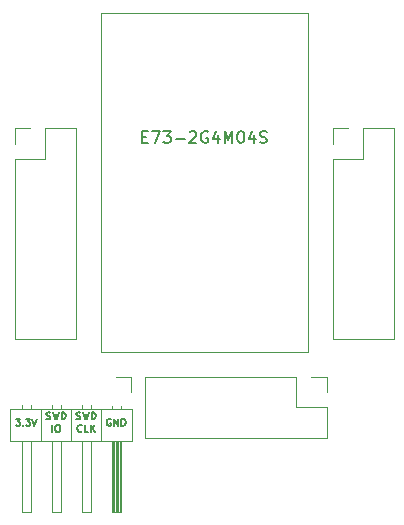
<source format=gto>
G04 #@! TF.GenerationSoftware,KiCad,Pcbnew,5.0.0-rc2-unknown-c49a439~65~ubuntu18.04.1*
G04 #@! TF.CreationDate,2018-05-29T22:21:52+02:00*
G04 #@! TF.ProjectId,E73_breakout,4537335F627265616B6F75742E6B6963,rev?*
G04 #@! TF.SameCoordinates,Original*
G04 #@! TF.FileFunction,Legend,Top*
G04 #@! TF.FilePolarity,Positive*
%FSLAX46Y46*%
G04 Gerber Fmt 4.6, Leading zero omitted, Abs format (unit mm)*
G04 Created by KiCad (PCBNEW 5.0.0-rc2-unknown-c49a439~65~ubuntu18.04.1) date Tue May 29 22:21:52 2018*
%MOMM*%
%LPD*%
G01*
G04 APERTURE LIST*
%ADD10C,0.150000*%
%ADD11C,0.120000*%
%ADD12C,0.100000*%
G04 APERTURE END LIST*
D10*
X192582857Y-121620000D02*
X192525714Y-121591428D01*
X192440000Y-121591428D01*
X192354285Y-121620000D01*
X192297142Y-121677142D01*
X192268571Y-121734285D01*
X192240000Y-121848571D01*
X192240000Y-121934285D01*
X192268571Y-122048571D01*
X192297142Y-122105714D01*
X192354285Y-122162857D01*
X192440000Y-122191428D01*
X192497142Y-122191428D01*
X192582857Y-122162857D01*
X192611428Y-122134285D01*
X192611428Y-121934285D01*
X192497142Y-121934285D01*
X192868571Y-122191428D02*
X192868571Y-121591428D01*
X193211428Y-122191428D01*
X193211428Y-121591428D01*
X193497142Y-122191428D02*
X193497142Y-121591428D01*
X193640000Y-121591428D01*
X193725714Y-121620000D01*
X193782857Y-121677142D01*
X193811428Y-121734285D01*
X193840000Y-121848571D01*
X193840000Y-121934285D01*
X193811428Y-122048571D01*
X193782857Y-122105714D01*
X193725714Y-122162857D01*
X193640000Y-122191428D01*
X193497142Y-122191428D01*
X189685714Y-121637857D02*
X189771428Y-121666428D01*
X189914285Y-121666428D01*
X189971428Y-121637857D01*
X190000000Y-121609285D01*
X190028571Y-121552142D01*
X190028571Y-121495000D01*
X190000000Y-121437857D01*
X189971428Y-121409285D01*
X189914285Y-121380714D01*
X189800000Y-121352142D01*
X189742857Y-121323571D01*
X189714285Y-121295000D01*
X189685714Y-121237857D01*
X189685714Y-121180714D01*
X189714285Y-121123571D01*
X189742857Y-121095000D01*
X189800000Y-121066428D01*
X189942857Y-121066428D01*
X190028571Y-121095000D01*
X190228571Y-121066428D02*
X190371428Y-121666428D01*
X190485714Y-121237857D01*
X190600000Y-121666428D01*
X190742857Y-121066428D01*
X190971428Y-121666428D02*
X190971428Y-121066428D01*
X191114285Y-121066428D01*
X191200000Y-121095000D01*
X191257142Y-121152142D01*
X191285714Y-121209285D01*
X191314285Y-121323571D01*
X191314285Y-121409285D01*
X191285714Y-121523571D01*
X191257142Y-121580714D01*
X191200000Y-121637857D01*
X191114285Y-121666428D01*
X190971428Y-121666428D01*
X190142857Y-122659285D02*
X190114285Y-122687857D01*
X190028571Y-122716428D01*
X189971428Y-122716428D01*
X189885714Y-122687857D01*
X189828571Y-122630714D01*
X189800000Y-122573571D01*
X189771428Y-122459285D01*
X189771428Y-122373571D01*
X189800000Y-122259285D01*
X189828571Y-122202142D01*
X189885714Y-122145000D01*
X189971428Y-122116428D01*
X190028571Y-122116428D01*
X190114285Y-122145000D01*
X190142857Y-122173571D01*
X190685714Y-122716428D02*
X190400000Y-122716428D01*
X190400000Y-122116428D01*
X190885714Y-122716428D02*
X190885714Y-122116428D01*
X191228571Y-122716428D02*
X190971428Y-122373571D01*
X191228571Y-122116428D02*
X190885714Y-122459285D01*
X187145714Y-121637857D02*
X187231428Y-121666428D01*
X187374285Y-121666428D01*
X187431428Y-121637857D01*
X187460000Y-121609285D01*
X187488571Y-121552142D01*
X187488571Y-121495000D01*
X187460000Y-121437857D01*
X187431428Y-121409285D01*
X187374285Y-121380714D01*
X187260000Y-121352142D01*
X187202857Y-121323571D01*
X187174285Y-121295000D01*
X187145714Y-121237857D01*
X187145714Y-121180714D01*
X187174285Y-121123571D01*
X187202857Y-121095000D01*
X187260000Y-121066428D01*
X187402857Y-121066428D01*
X187488571Y-121095000D01*
X187688571Y-121066428D02*
X187831428Y-121666428D01*
X187945714Y-121237857D01*
X188060000Y-121666428D01*
X188202857Y-121066428D01*
X188431428Y-121666428D02*
X188431428Y-121066428D01*
X188574285Y-121066428D01*
X188660000Y-121095000D01*
X188717142Y-121152142D01*
X188745714Y-121209285D01*
X188774285Y-121323571D01*
X188774285Y-121409285D01*
X188745714Y-121523571D01*
X188717142Y-121580714D01*
X188660000Y-121637857D01*
X188574285Y-121666428D01*
X188431428Y-121666428D01*
X187645714Y-122716428D02*
X187645714Y-122116428D01*
X188045714Y-122116428D02*
X188160000Y-122116428D01*
X188217142Y-122145000D01*
X188274285Y-122202142D01*
X188302857Y-122316428D01*
X188302857Y-122516428D01*
X188274285Y-122630714D01*
X188217142Y-122687857D01*
X188160000Y-122716428D01*
X188045714Y-122716428D01*
X187988571Y-122687857D01*
X187931428Y-122630714D01*
X187902857Y-122516428D01*
X187902857Y-122316428D01*
X187931428Y-122202142D01*
X187988571Y-122145000D01*
X188045714Y-122116428D01*
X184534285Y-121591428D02*
X184905714Y-121591428D01*
X184705714Y-121820000D01*
X184791428Y-121820000D01*
X184848571Y-121848571D01*
X184877142Y-121877142D01*
X184905714Y-121934285D01*
X184905714Y-122077142D01*
X184877142Y-122134285D01*
X184848571Y-122162857D01*
X184791428Y-122191428D01*
X184620000Y-122191428D01*
X184562857Y-122162857D01*
X184534285Y-122134285D01*
X185162857Y-122134285D02*
X185191428Y-122162857D01*
X185162857Y-122191428D01*
X185134285Y-122162857D01*
X185162857Y-122134285D01*
X185162857Y-122191428D01*
X185391428Y-121591428D02*
X185762857Y-121591428D01*
X185562857Y-121820000D01*
X185648571Y-121820000D01*
X185705714Y-121848571D01*
X185734285Y-121877142D01*
X185762857Y-121934285D01*
X185762857Y-122077142D01*
X185734285Y-122134285D01*
X185705714Y-122162857D01*
X185648571Y-122191428D01*
X185477142Y-122191428D01*
X185420000Y-122162857D01*
X185391428Y-122134285D01*
X185934285Y-121591428D02*
X186134285Y-122191428D01*
X186334285Y-121591428D01*
D11*
G04 #@! TO.C,J1*
X184447578Y-96986702D02*
X185777578Y-96986702D01*
X184447578Y-98316702D02*
X184447578Y-96986702D01*
X187047578Y-96986702D02*
X189647578Y-96986702D01*
X187047578Y-99586702D02*
X187047578Y-96986702D01*
X184447578Y-99586702D02*
X187047578Y-99586702D01*
X189647578Y-96986702D02*
X189647578Y-114886702D01*
X184447578Y-99586702D02*
X184447578Y-114886702D01*
X184447578Y-114886702D02*
X189647578Y-114886702D01*
G04 #@! TO.C,J2*
X211371578Y-114886702D02*
X216571578Y-114886702D01*
X211371578Y-99586702D02*
X211371578Y-114886702D01*
X216571578Y-96986702D02*
X216571578Y-114886702D01*
X211371578Y-99586702D02*
X213971578Y-99586702D01*
X213971578Y-99586702D02*
X213971578Y-96986702D01*
X213971578Y-96986702D02*
X216571578Y-96986702D01*
X211371578Y-98316702D02*
X211371578Y-96986702D01*
X211371578Y-96986702D02*
X212701578Y-96986702D01*
G04 #@! TO.C,J3*
X210880000Y-118050000D02*
X210880000Y-119380000D01*
X209550000Y-118050000D02*
X210880000Y-118050000D01*
X210880000Y-120650000D02*
X210880000Y-123250000D01*
X208280000Y-120650000D02*
X210880000Y-120650000D01*
X208280000Y-118050000D02*
X208280000Y-120650000D01*
X210880000Y-123250000D02*
X195520000Y-123250000D01*
X208280000Y-118050000D02*
X195520000Y-118050000D01*
X195520000Y-118050000D02*
X195520000Y-123250000D01*
D12*
G04 #@! TO.C,E73-2G4M04S*
X209264578Y-115936702D02*
X191764578Y-115936702D01*
X209264578Y-87236702D02*
X191764578Y-87236702D01*
X191764578Y-115936702D02*
X191764578Y-87236702D01*
X209264578Y-115936702D02*
X209264578Y-87236702D01*
D11*
G04 #@! TO.C,J4*
X194310000Y-118110000D02*
X194310000Y-119380000D01*
X193040000Y-118110000D02*
X194310000Y-118110000D01*
X185040000Y-120422929D02*
X185040000Y-120820000D01*
X185800000Y-120422929D02*
X185800000Y-120820000D01*
X185040000Y-129480000D02*
X185040000Y-123480000D01*
X185800000Y-129480000D02*
X185040000Y-129480000D01*
X185800000Y-123480000D02*
X185800000Y-129480000D01*
X186690000Y-120820000D02*
X186690000Y-123480000D01*
X187580000Y-120422929D02*
X187580000Y-120820000D01*
X188340000Y-120422929D02*
X188340000Y-120820000D01*
X187580000Y-129480000D02*
X187580000Y-123480000D01*
X188340000Y-129480000D02*
X187580000Y-129480000D01*
X188340000Y-123480000D02*
X188340000Y-129480000D01*
X189230000Y-120820000D02*
X189230000Y-123480000D01*
X190120000Y-120422929D02*
X190120000Y-120820000D01*
X190880000Y-120422929D02*
X190880000Y-120820000D01*
X190120000Y-129480000D02*
X190120000Y-123480000D01*
X190880000Y-129480000D02*
X190120000Y-129480000D01*
X190880000Y-123480000D02*
X190880000Y-129480000D01*
X191770000Y-120820000D02*
X191770000Y-123480000D01*
X192660000Y-120490000D02*
X192660000Y-120820000D01*
X193420000Y-120490000D02*
X193420000Y-120820000D01*
X192760000Y-123480000D02*
X192760000Y-129480000D01*
X192880000Y-123480000D02*
X192880000Y-129480000D01*
X193000000Y-123480000D02*
X193000000Y-129480000D01*
X193120000Y-123480000D02*
X193120000Y-129480000D01*
X193240000Y-123480000D02*
X193240000Y-129480000D01*
X193360000Y-123480000D02*
X193360000Y-129480000D01*
X192660000Y-129480000D02*
X192660000Y-123480000D01*
X193420000Y-129480000D02*
X192660000Y-129480000D01*
X193420000Y-123480000D02*
X193420000Y-129480000D01*
X194370000Y-123480000D02*
X194370000Y-120820000D01*
X184090000Y-123480000D02*
X194370000Y-123480000D01*
X184090000Y-120820000D02*
X184090000Y-123480000D01*
X194370000Y-120820000D02*
X184090000Y-120820000D01*
G04 #@! TO.C,E73-2G4M04S*
D10*
X195271482Y-97737273D02*
X195604816Y-97737273D01*
X195747673Y-98261082D02*
X195271482Y-98261082D01*
X195271482Y-97261082D01*
X195747673Y-97261082D01*
X196081006Y-97261082D02*
X196747673Y-97261082D01*
X196319101Y-98261082D01*
X197033387Y-97261082D02*
X197652435Y-97261082D01*
X197319101Y-97642035D01*
X197461958Y-97642035D01*
X197557197Y-97689654D01*
X197604816Y-97737273D01*
X197652435Y-97832511D01*
X197652435Y-98070606D01*
X197604816Y-98165844D01*
X197557197Y-98213463D01*
X197461958Y-98261082D01*
X197176244Y-98261082D01*
X197081006Y-98213463D01*
X197033387Y-98165844D01*
X198081006Y-97880130D02*
X198842911Y-97880130D01*
X199271482Y-97356321D02*
X199319101Y-97308702D01*
X199414339Y-97261082D01*
X199652435Y-97261082D01*
X199747673Y-97308702D01*
X199795292Y-97356321D01*
X199842911Y-97451559D01*
X199842911Y-97546797D01*
X199795292Y-97689654D01*
X199223863Y-98261082D01*
X199842911Y-98261082D01*
X200795292Y-97308702D02*
X200700054Y-97261082D01*
X200557197Y-97261082D01*
X200414339Y-97308702D01*
X200319101Y-97403940D01*
X200271482Y-97499178D01*
X200223863Y-97689654D01*
X200223863Y-97832511D01*
X200271482Y-98022987D01*
X200319101Y-98118225D01*
X200414339Y-98213463D01*
X200557197Y-98261082D01*
X200652435Y-98261082D01*
X200795292Y-98213463D01*
X200842911Y-98165844D01*
X200842911Y-97832511D01*
X200652435Y-97832511D01*
X201700054Y-97594416D02*
X201700054Y-98261082D01*
X201461958Y-97213463D02*
X201223863Y-97927749D01*
X201842911Y-97927749D01*
X202223863Y-98261082D02*
X202223863Y-97261082D01*
X202557197Y-97975368D01*
X202890530Y-97261082D01*
X202890530Y-98261082D01*
X203557197Y-97261082D02*
X203652435Y-97261082D01*
X203747673Y-97308702D01*
X203795292Y-97356321D01*
X203842911Y-97451559D01*
X203890530Y-97642035D01*
X203890530Y-97880130D01*
X203842911Y-98070606D01*
X203795292Y-98165844D01*
X203747673Y-98213463D01*
X203652435Y-98261082D01*
X203557197Y-98261082D01*
X203461958Y-98213463D01*
X203414339Y-98165844D01*
X203366720Y-98070606D01*
X203319101Y-97880130D01*
X203319101Y-97642035D01*
X203366720Y-97451559D01*
X203414339Y-97356321D01*
X203461958Y-97308702D01*
X203557197Y-97261082D01*
X204747673Y-97594416D02*
X204747673Y-98261082D01*
X204509578Y-97213463D02*
X204271482Y-97927749D01*
X204890530Y-97927749D01*
X205223863Y-98213463D02*
X205366720Y-98261082D01*
X205604816Y-98261082D01*
X205700054Y-98213463D01*
X205747673Y-98165844D01*
X205795292Y-98070606D01*
X205795292Y-97975368D01*
X205747673Y-97880130D01*
X205700054Y-97832511D01*
X205604816Y-97784892D01*
X205414339Y-97737273D01*
X205319101Y-97689654D01*
X205271482Y-97642035D01*
X205223863Y-97546797D01*
X205223863Y-97451559D01*
X205271482Y-97356321D01*
X205319101Y-97308702D01*
X205414339Y-97261082D01*
X205652435Y-97261082D01*
X205795292Y-97308702D01*
G04 #@! TD*
M02*

</source>
